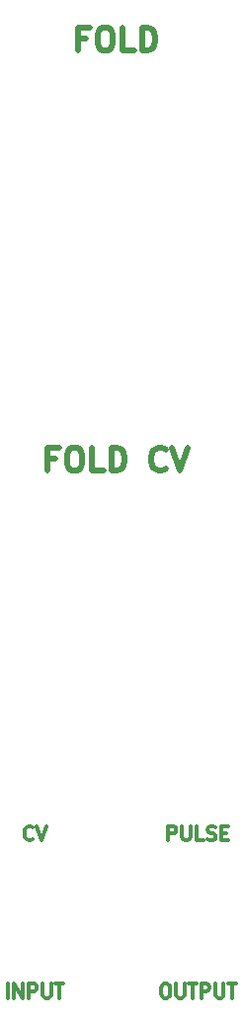
<source format=gbr>
G04 #@! TF.GenerationSoftware,KiCad,Pcbnew,(5.1.10)-1*
G04 #@! TF.CreationDate,2021-09-16T11:40:55-07:00*
G04 #@! TF.ProjectId,wavefolder_panel,77617665-666f-46c6-9465-725f70616e65,rev?*
G04 #@! TF.SameCoordinates,Original*
G04 #@! TF.FileFunction,Legend,Top*
G04 #@! TF.FilePolarity,Positive*
%FSLAX46Y46*%
G04 Gerber Fmt 4.6, Leading zero omitted, Abs format (unit mm)*
G04 Created by KiCad (PCBNEW (5.1.10)-1) date 2021-09-16 11:40:55*
%MOMM*%
%LPD*%
G01*
G04 APERTURE LIST*
%ADD10C,0.300000*%
%ADD11C,0.500000*%
G04 APERTURE END LIST*
D10*
X6857142Y14071428D02*
X6800000Y14014285D01*
X6628571Y13957142D01*
X6514285Y13957142D01*
X6342857Y14014285D01*
X6228571Y14128571D01*
X6171428Y14242857D01*
X6114285Y14471428D01*
X6114285Y14642857D01*
X6171428Y14871428D01*
X6228571Y14985714D01*
X6342857Y15100000D01*
X6514285Y15157142D01*
X6628571Y15157142D01*
X6800000Y15100000D01*
X6857142Y15042857D01*
X7200000Y15157142D02*
X7600000Y13957142D01*
X8000000Y15157142D01*
X18457142Y13957142D02*
X18457142Y15157142D01*
X18914285Y15157142D01*
X19028571Y15100000D01*
X19085714Y15042857D01*
X19142857Y14928571D01*
X19142857Y14757142D01*
X19085714Y14642857D01*
X19028571Y14585714D01*
X18914285Y14528571D01*
X18457142Y14528571D01*
X19657142Y15157142D02*
X19657142Y14185714D01*
X19714285Y14071428D01*
X19771428Y14014285D01*
X19885714Y13957142D01*
X20114285Y13957142D01*
X20228571Y14014285D01*
X20285714Y14071428D01*
X20342857Y14185714D01*
X20342857Y15157142D01*
X21485714Y13957142D02*
X20914285Y13957142D01*
X20914285Y15157142D01*
X21828571Y14014285D02*
X22000000Y13957142D01*
X22285714Y13957142D01*
X22400000Y14014285D01*
X22457142Y14071428D01*
X22514285Y14185714D01*
X22514285Y14300000D01*
X22457142Y14414285D01*
X22400000Y14471428D01*
X22285714Y14528571D01*
X22057142Y14585714D01*
X21942857Y14642857D01*
X21885714Y14700000D01*
X21828571Y14814285D01*
X21828571Y14928571D01*
X21885714Y15042857D01*
X21942857Y15100000D01*
X22057142Y15157142D01*
X22342857Y15157142D01*
X22514285Y15100000D01*
X23028571Y14585714D02*
X23428571Y14585714D01*
X23600000Y13957142D02*
X23028571Y13957142D01*
X23028571Y15157142D01*
X23600000Y15157142D01*
X18114285Y1657142D02*
X18342857Y1657142D01*
X18457142Y1600000D01*
X18571428Y1485714D01*
X18628571Y1257142D01*
X18628571Y857142D01*
X18571428Y628571D01*
X18457142Y514285D01*
X18342857Y457142D01*
X18114285Y457142D01*
X18000000Y514285D01*
X17885714Y628571D01*
X17828571Y857142D01*
X17828571Y1257142D01*
X17885714Y1485714D01*
X18000000Y1600000D01*
X18114285Y1657142D01*
X19142857Y1657142D02*
X19142857Y685714D01*
X19200000Y571428D01*
X19257142Y514285D01*
X19371428Y457142D01*
X19600000Y457142D01*
X19714285Y514285D01*
X19771428Y571428D01*
X19828571Y685714D01*
X19828571Y1657142D01*
X20228571Y1657142D02*
X20914285Y1657142D01*
X20571428Y457142D02*
X20571428Y1657142D01*
X21314285Y457142D02*
X21314285Y1657142D01*
X21771428Y1657142D01*
X21885714Y1600000D01*
X21942857Y1542857D01*
X22000000Y1428571D01*
X22000000Y1257142D01*
X21942857Y1142857D01*
X21885714Y1085714D01*
X21771428Y1028571D01*
X21314285Y1028571D01*
X22514285Y1657142D02*
X22514285Y685714D01*
X22571428Y571428D01*
X22628571Y514285D01*
X22742857Y457142D01*
X22971428Y457142D01*
X23085714Y514285D01*
X23142857Y571428D01*
X23200000Y685714D01*
X23200000Y1657142D01*
X23600000Y1657142D02*
X24285714Y1657142D01*
X23942857Y457142D02*
X23942857Y1657142D01*
X4685714Y457142D02*
X4685714Y1657142D01*
X5257142Y457142D02*
X5257142Y1657142D01*
X5942857Y457142D01*
X5942857Y1657142D01*
X6514285Y457142D02*
X6514285Y1657142D01*
X6971428Y1657142D01*
X7085714Y1600000D01*
X7142857Y1542857D01*
X7200000Y1428571D01*
X7200000Y1257142D01*
X7142857Y1142857D01*
X7085714Y1085714D01*
X6971428Y1028571D01*
X6514285Y1028571D01*
X7714285Y1657142D02*
X7714285Y685714D01*
X7771428Y571428D01*
X7828571Y514285D01*
X7942857Y457142D01*
X8171428Y457142D01*
X8285714Y514285D01*
X8342857Y571428D01*
X8400000Y685714D01*
X8400000Y1657142D01*
X8800000Y1657142D02*
X9485714Y1657142D01*
X9142857Y457142D02*
X9142857Y1657142D01*
D11*
X8809523Y46642857D02*
X8142857Y46642857D01*
X8142857Y45595238D02*
X8142857Y47595238D01*
X9095238Y47595238D01*
X10238095Y47595238D02*
X10619047Y47595238D01*
X10809523Y47500000D01*
X11000000Y47309523D01*
X11095238Y46928571D01*
X11095238Y46261904D01*
X11000000Y45880952D01*
X10809523Y45690476D01*
X10619047Y45595238D01*
X10238095Y45595238D01*
X10047619Y45690476D01*
X9857142Y45880952D01*
X9761904Y46261904D01*
X9761904Y46928571D01*
X9857142Y47309523D01*
X10047619Y47500000D01*
X10238095Y47595238D01*
X12904761Y45595238D02*
X11952380Y45595238D01*
X11952380Y47595238D01*
X13571428Y45595238D02*
X13571428Y47595238D01*
X14047619Y47595238D01*
X14333333Y47500000D01*
X14523809Y47309523D01*
X14619047Y47119047D01*
X14714285Y46738095D01*
X14714285Y46452380D01*
X14619047Y46071428D01*
X14523809Y45880952D01*
X14333333Y45690476D01*
X14047619Y45595238D01*
X13571428Y45595238D01*
X18238095Y45785714D02*
X18142857Y45690476D01*
X17857142Y45595238D01*
X17666666Y45595238D01*
X17380952Y45690476D01*
X17190476Y45880952D01*
X17095238Y46071428D01*
X17000000Y46452380D01*
X17000000Y46738095D01*
X17095238Y47119047D01*
X17190476Y47309523D01*
X17380952Y47500000D01*
X17666666Y47595238D01*
X17857142Y47595238D01*
X18142857Y47500000D01*
X18238095Y47404761D01*
X18809523Y47595238D02*
X19476190Y45595238D01*
X20142857Y47595238D01*
X11428571Y82642857D02*
X10761904Y82642857D01*
X10761904Y81595238D02*
X10761904Y83595238D01*
X11714285Y83595238D01*
X12857142Y83595238D02*
X13238095Y83595238D01*
X13428571Y83500000D01*
X13619047Y83309523D01*
X13714285Y82928571D01*
X13714285Y82261904D01*
X13619047Y81880952D01*
X13428571Y81690476D01*
X13238095Y81595238D01*
X12857142Y81595238D01*
X12666666Y81690476D01*
X12476190Y81880952D01*
X12380952Y82261904D01*
X12380952Y82928571D01*
X12476190Y83309523D01*
X12666666Y83500000D01*
X12857142Y83595238D01*
X15523809Y81595238D02*
X14571428Y81595238D01*
X14571428Y83595238D01*
X16190476Y81595238D02*
X16190476Y83595238D01*
X16666666Y83595238D01*
X16952380Y83500000D01*
X17142857Y83309523D01*
X17238095Y83119047D01*
X17333333Y82738095D01*
X17333333Y82452380D01*
X17238095Y82071428D01*
X17142857Y81880952D01*
X16952380Y81690476D01*
X16666666Y81595238D01*
X16190476Y81595238D01*
M02*

</source>
